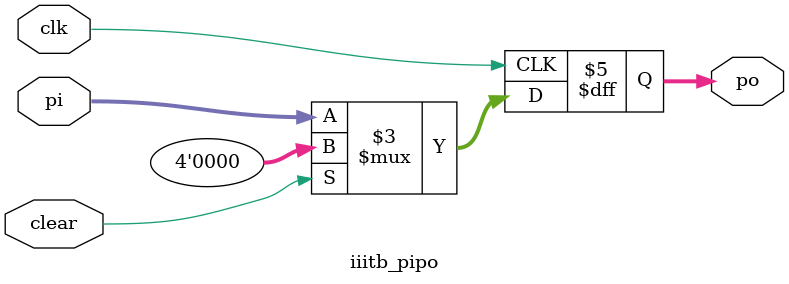
<source format=v>
module iiitb_pipo(clk,clear, pi, po);

        input clk,clear;

        input [3:0] pi;

        output [3:0] po;

        wire [3:0] pi;

        reg [3:0] po;

        always @(posedge clk)

        begin

                if (clear)

                po= 4'b0000;

                else

                po = pi;

        end

endmodule

</source>
